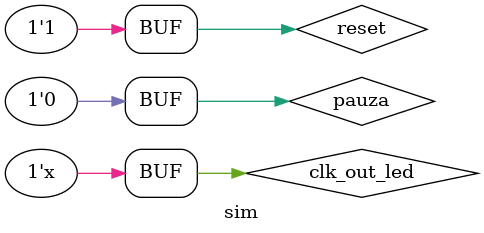
<source format=v>
`timescale 1ns / 1ps


module sim();
    reg clk_out_led;
    reg reset;
    reg pauza;
    wire [5:0] valoare_bin;
    wire carry_out;
    
    numarator n1(clk_out_led, reset, pauza, valoare_bin, carry_out); 

    
    initial begin
        clk_out_led = 0; reset = 0; pauza = 0;
        #100 reset = 1;  
    end 
    
    always 
    #50 clk_out_led = !clk_out_led;
    
 
        
        
endmodule

</source>
